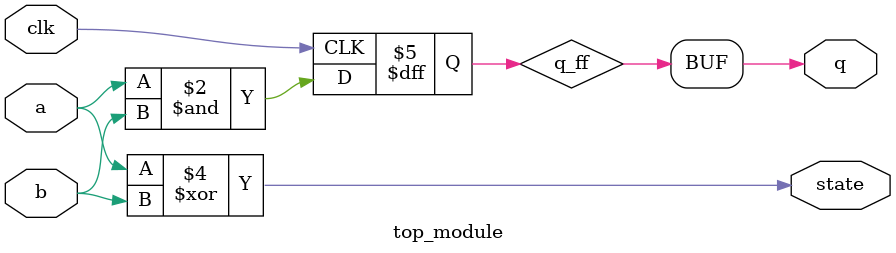
<source format=sv>
module top_module (
    input clk,
    input a,
    input b,
    output reg q,
    output reg state
);

// Flip-flop
reg q_ff;
always @(posedge clk) begin
    q_ff <= a & b;
end

// Combinational logic
always @* begin
    state = a ^ b;
    q = q_ff;
end

endmodule

</source>
